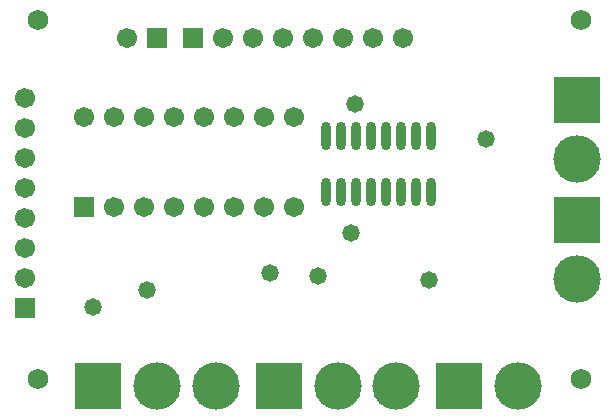
<source format=gbs>
%FSLAX23Y23*%
%MOIN*%
G70*
G01*
G75*
G04 Layer_Color=16711935*
%ADD10O,0.024X0.087*%
%ADD11R,0.067X0.043*%
%ADD12R,0.276X0.118*%
%ADD13C,0.033*%
%ADD14C,0.020*%
%ADD15C,0.025*%
%ADD16R,0.150X0.150*%
%ADD17C,0.150*%
%ADD18R,0.150X0.150*%
%ADD19R,0.059X0.059*%
%ADD20C,0.059*%
%ADD21R,0.059X0.059*%
%ADD22C,0.059*%
%ADD23C,0.060*%
%ADD24R,0.059X0.059*%
%ADD25C,0.050*%
%ADD26C,0.010*%
%ADD27C,0.008*%
%ADD28C,0.010*%
%ADD29O,0.032X0.095*%
%ADD30R,0.075X0.051*%
%ADD31R,0.284X0.126*%
%ADD32R,0.158X0.158*%
%ADD33C,0.158*%
%ADD34R,0.158X0.158*%
%ADD35R,0.067X0.067*%
%ADD36C,0.067*%
%ADD37R,0.067X0.067*%
%ADD38C,0.067*%
%ADD39C,0.068*%
%ADD40R,0.067X0.067*%
%ADD41C,0.058*%
D29*
X3165Y2034D02*
D03*
X3215D02*
D03*
X3265D02*
D03*
X3315D02*
D03*
X3365D02*
D03*
X3415D02*
D03*
X3465D02*
D03*
X3515D02*
D03*
X3165Y1846D02*
D03*
X3215D02*
D03*
X3265D02*
D03*
X3315D02*
D03*
X3365D02*
D03*
X3415D02*
D03*
X3465D02*
D03*
X3515D02*
D03*
D32*
X4000Y1754D02*
D03*
Y2155D02*
D03*
D33*
Y1557D02*
D03*
Y1958D02*
D03*
X3399Y1200D02*
D03*
X3203D02*
D03*
X2798D02*
D03*
X2602D02*
D03*
X3805D02*
D03*
D34*
X3006D02*
D03*
X2405D02*
D03*
X3608D02*
D03*
D35*
X2720Y2360D02*
D03*
X2600D02*
D03*
D36*
X2820D02*
D03*
X2920D02*
D03*
X3020D02*
D03*
X3120D02*
D03*
X3220D02*
D03*
X3320D02*
D03*
X3420D02*
D03*
X2160Y1560D02*
D03*
Y1660D02*
D03*
Y1760D02*
D03*
Y1860D02*
D03*
Y1960D02*
D03*
Y2060D02*
D03*
Y2160D02*
D03*
X2500Y2360D02*
D03*
D37*
X2359Y1797D02*
D03*
D38*
X2459D02*
D03*
X2559D02*
D03*
X2659D02*
D03*
X2759D02*
D03*
X2859D02*
D03*
X2959D02*
D03*
X3059D02*
D03*
X2359Y2097D02*
D03*
X2459D02*
D03*
X2559D02*
D03*
X2659D02*
D03*
X2759D02*
D03*
X2859D02*
D03*
X2959D02*
D03*
X3059D02*
D03*
D39*
X2205Y1225D02*
D03*
Y2420D02*
D03*
X4015D02*
D03*
Y1225D02*
D03*
D40*
X2160Y1460D02*
D03*
D41*
X3699Y2023D02*
D03*
X3249Y1711D02*
D03*
X3138Y1567D02*
D03*
X2977Y1579D02*
D03*
X3506Y1554D02*
D03*
X3260Y2140D02*
D03*
X2387Y1463D02*
D03*
X2568Y1520D02*
D03*
M02*

</source>
